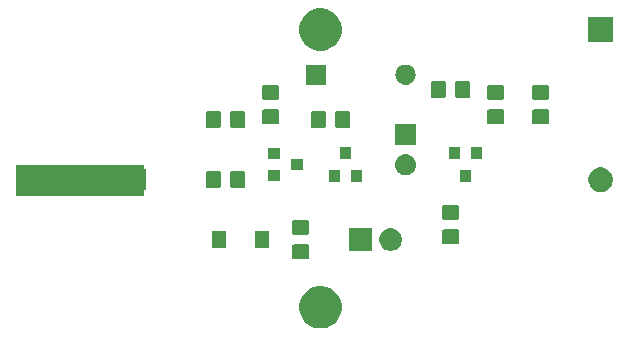
<source format=gts>
G04 #@! TF.GenerationSoftware,KiCad,Pcbnew,(5.0.2)-1*
G04 #@! TF.CreationDate,2019-06-19T11:59:55+10:00*
G04 #@! TF.ProjectId,C-Beeper,432d4265-6570-4657-922e-6b696361645f,rev?*
G04 #@! TF.SameCoordinates,Original*
G04 #@! TF.FileFunction,Soldermask,Top*
G04 #@! TF.FilePolarity,Negative*
%FSLAX46Y46*%
G04 Gerber Fmt 4.6, Leading zero omitted, Abs format (unit mm)*
G04 Created by KiCad (PCBNEW (5.0.2)-1) date 19/06/2019 11:59:55 AM*
%MOMM*%
%LPD*%
G01*
G04 APERTURE LIST*
%ADD10C,0.100000*%
G04 APERTURE END LIST*
D10*
G36*
X154305000Y-88900000D02*
X143510000Y-88900000D01*
X143510000Y-91440000D01*
X154305000Y-91440000D01*
X154305000Y-88900000D01*
G37*
X154305000Y-88900000D02*
X143510000Y-88900000D01*
X143510000Y-91440000D01*
X154305000Y-91440000D01*
X154305000Y-88900000D01*
G36*
X169841731Y-99233211D02*
X170169492Y-99368974D01*
X170464473Y-99566074D01*
X170715326Y-99816927D01*
X170912426Y-100111908D01*
X171048189Y-100439669D01*
X171117400Y-100787616D01*
X171117400Y-101142384D01*
X171048189Y-101490331D01*
X170912426Y-101818092D01*
X170715326Y-102113073D01*
X170464473Y-102363926D01*
X170169492Y-102561026D01*
X169841731Y-102696789D01*
X169493784Y-102766000D01*
X169139016Y-102766000D01*
X168791069Y-102696789D01*
X168463308Y-102561026D01*
X168168327Y-102363926D01*
X167917474Y-102113073D01*
X167720374Y-101818092D01*
X167584611Y-101490331D01*
X167515400Y-101142384D01*
X167515400Y-100787616D01*
X167584611Y-100439669D01*
X167720374Y-100111908D01*
X167917474Y-99816927D01*
X168168327Y-99566074D01*
X168463308Y-99368974D01*
X168791069Y-99233211D01*
X169139016Y-99164000D01*
X169493784Y-99164000D01*
X169841731Y-99233211D01*
X169841731Y-99233211D01*
G37*
G36*
X168228677Y-95653465D02*
X168266364Y-95664898D01*
X168301103Y-95683466D01*
X168331548Y-95708452D01*
X168356534Y-95738897D01*
X168375102Y-95773636D01*
X168386535Y-95811323D01*
X168391000Y-95856661D01*
X168391000Y-96693339D01*
X168386535Y-96738677D01*
X168375102Y-96776364D01*
X168356534Y-96811103D01*
X168331548Y-96841548D01*
X168301103Y-96866534D01*
X168266364Y-96885102D01*
X168228677Y-96896535D01*
X168183339Y-96901000D01*
X167096661Y-96901000D01*
X167051323Y-96896535D01*
X167013636Y-96885102D01*
X166978897Y-96866534D01*
X166948452Y-96841548D01*
X166923466Y-96811103D01*
X166904898Y-96776364D01*
X166893465Y-96738677D01*
X166889000Y-96693339D01*
X166889000Y-95856661D01*
X166893465Y-95811323D01*
X166904898Y-95773636D01*
X166923466Y-95738897D01*
X166948452Y-95708452D01*
X166978897Y-95683466D01*
X167013636Y-95664898D01*
X167051323Y-95653465D01*
X167096661Y-95649000D01*
X168183339Y-95649000D01*
X168228677Y-95653465D01*
X168228677Y-95653465D01*
G37*
G36*
X173671000Y-96201000D02*
X171769000Y-96201000D01*
X171769000Y-94299000D01*
X173671000Y-94299000D01*
X173671000Y-96201000D01*
X173671000Y-96201000D01*
G37*
G36*
X175537396Y-94335546D02*
X175710466Y-94407234D01*
X175866230Y-94511312D01*
X175998688Y-94643770D01*
X176102766Y-94799534D01*
X176174454Y-94972604D01*
X176211000Y-95156333D01*
X176211000Y-95343667D01*
X176174454Y-95527396D01*
X176102766Y-95700466D01*
X175998688Y-95856230D01*
X175866230Y-95988688D01*
X175710466Y-96092766D01*
X175537396Y-96164454D01*
X175353667Y-96201000D01*
X175166333Y-96201000D01*
X174982604Y-96164454D01*
X174809534Y-96092766D01*
X174653770Y-95988688D01*
X174521312Y-95856230D01*
X174417234Y-95700466D01*
X174345546Y-95527396D01*
X174309000Y-95343667D01*
X174309000Y-95156333D01*
X174345546Y-94972604D01*
X174417234Y-94799534D01*
X174521312Y-94643770D01*
X174653770Y-94511312D01*
X174809534Y-94407234D01*
X174982604Y-94335546D01*
X175166333Y-94299000D01*
X175353667Y-94299000D01*
X175537396Y-94335546D01*
X175537396Y-94335546D01*
G37*
G36*
X164986000Y-96001000D02*
X163809000Y-96001000D01*
X163809000Y-94499000D01*
X164986000Y-94499000D01*
X164986000Y-96001000D01*
X164986000Y-96001000D01*
G37*
G36*
X161311000Y-96001000D02*
X160134000Y-96001000D01*
X160134000Y-94499000D01*
X161311000Y-94499000D01*
X161311000Y-96001000D01*
X161311000Y-96001000D01*
G37*
G36*
X180928677Y-94383465D02*
X180966364Y-94394898D01*
X181001103Y-94413466D01*
X181031548Y-94438452D01*
X181056534Y-94468897D01*
X181075102Y-94503636D01*
X181086535Y-94541323D01*
X181091000Y-94586661D01*
X181091000Y-95423339D01*
X181086535Y-95468677D01*
X181075102Y-95506364D01*
X181056534Y-95541103D01*
X181031548Y-95571548D01*
X181001103Y-95596534D01*
X180966364Y-95615102D01*
X180928677Y-95626535D01*
X180883339Y-95631000D01*
X179796661Y-95631000D01*
X179751323Y-95626535D01*
X179713636Y-95615102D01*
X179678897Y-95596534D01*
X179648452Y-95571548D01*
X179623466Y-95541103D01*
X179604898Y-95506364D01*
X179593465Y-95468677D01*
X179589000Y-95423339D01*
X179589000Y-94586661D01*
X179593465Y-94541323D01*
X179604898Y-94503636D01*
X179623466Y-94468897D01*
X179648452Y-94438452D01*
X179678897Y-94413466D01*
X179713636Y-94394898D01*
X179751323Y-94383465D01*
X179796661Y-94379000D01*
X180883339Y-94379000D01*
X180928677Y-94383465D01*
X180928677Y-94383465D01*
G37*
G36*
X168228677Y-93603465D02*
X168266364Y-93614898D01*
X168301103Y-93633466D01*
X168331548Y-93658452D01*
X168356534Y-93688897D01*
X168375102Y-93723636D01*
X168386535Y-93761323D01*
X168391000Y-93806661D01*
X168391000Y-94643339D01*
X168386535Y-94688677D01*
X168375102Y-94726364D01*
X168356534Y-94761103D01*
X168331548Y-94791548D01*
X168301103Y-94816534D01*
X168266364Y-94835102D01*
X168228677Y-94846535D01*
X168183339Y-94851000D01*
X167096661Y-94851000D01*
X167051323Y-94846535D01*
X167013636Y-94835102D01*
X166978897Y-94816534D01*
X166948452Y-94791548D01*
X166923466Y-94761103D01*
X166904898Y-94726364D01*
X166893465Y-94688677D01*
X166889000Y-94643339D01*
X166889000Y-93806661D01*
X166893465Y-93761323D01*
X166904898Y-93723636D01*
X166923466Y-93688897D01*
X166948452Y-93658452D01*
X166978897Y-93633466D01*
X167013636Y-93614898D01*
X167051323Y-93603465D01*
X167096661Y-93599000D01*
X168183339Y-93599000D01*
X168228677Y-93603465D01*
X168228677Y-93603465D01*
G37*
G36*
X180928677Y-92333465D02*
X180966364Y-92344898D01*
X181001103Y-92363466D01*
X181031548Y-92388452D01*
X181056534Y-92418897D01*
X181075102Y-92453636D01*
X181086535Y-92491323D01*
X181091000Y-92536661D01*
X181091000Y-93373339D01*
X181086535Y-93418677D01*
X181075102Y-93456364D01*
X181056534Y-93491103D01*
X181031548Y-93521548D01*
X181001103Y-93546534D01*
X180966364Y-93565102D01*
X180928677Y-93576535D01*
X180883339Y-93581000D01*
X179796661Y-93581000D01*
X179751323Y-93576535D01*
X179713636Y-93565102D01*
X179678897Y-93546534D01*
X179648452Y-93521548D01*
X179623466Y-93491103D01*
X179604898Y-93456364D01*
X179593465Y-93418677D01*
X179589000Y-93373339D01*
X179589000Y-92536661D01*
X179593465Y-92491323D01*
X179604898Y-92453636D01*
X179623466Y-92418897D01*
X179648452Y-92388452D01*
X179678897Y-92363466D01*
X179713636Y-92344898D01*
X179751323Y-92333465D01*
X179796661Y-92329000D01*
X180883339Y-92329000D01*
X180928677Y-92333465D01*
X180928677Y-92333465D01*
G37*
G36*
X193346565Y-89159389D02*
X193537834Y-89238615D01*
X193709976Y-89353637D01*
X193856363Y-89500024D01*
X193971385Y-89672166D01*
X194050611Y-89863435D01*
X194091000Y-90066484D01*
X194091000Y-90273516D01*
X194050611Y-90476565D01*
X193971385Y-90667834D01*
X193856363Y-90839976D01*
X193709976Y-90986363D01*
X193537834Y-91101385D01*
X193346565Y-91180611D01*
X193143516Y-91221000D01*
X192936484Y-91221000D01*
X192733435Y-91180611D01*
X192542166Y-91101385D01*
X192370024Y-90986363D01*
X192223637Y-90839976D01*
X192108615Y-90667834D01*
X192029389Y-90476565D01*
X191989000Y-90273516D01*
X191989000Y-90066484D01*
X192029389Y-89863435D01*
X192108615Y-89672166D01*
X192223637Y-89500024D01*
X192370024Y-89353637D01*
X192542166Y-89238615D01*
X192733435Y-89159389D01*
X192936484Y-89119000D01*
X193143516Y-89119000D01*
X193346565Y-89159389D01*
X193346565Y-89159389D01*
G37*
G36*
X154571000Y-91071000D02*
X152769000Y-91071000D01*
X152769000Y-89269000D01*
X154571000Y-89269000D01*
X154571000Y-91071000D01*
X154571000Y-91071000D01*
G37*
G36*
X162778677Y-89423465D02*
X162816364Y-89434898D01*
X162851103Y-89453466D01*
X162881548Y-89478452D01*
X162906534Y-89508897D01*
X162925102Y-89543636D01*
X162936535Y-89581323D01*
X162941000Y-89626661D01*
X162941000Y-90713339D01*
X162936535Y-90758677D01*
X162925102Y-90796364D01*
X162906534Y-90831103D01*
X162881548Y-90861548D01*
X162851103Y-90886534D01*
X162816364Y-90905102D01*
X162778677Y-90916535D01*
X162733339Y-90921000D01*
X161896661Y-90921000D01*
X161851323Y-90916535D01*
X161813636Y-90905102D01*
X161778897Y-90886534D01*
X161748452Y-90861548D01*
X161723466Y-90831103D01*
X161704898Y-90796364D01*
X161693465Y-90758677D01*
X161689000Y-90713339D01*
X161689000Y-89626661D01*
X161693465Y-89581323D01*
X161704898Y-89543636D01*
X161723466Y-89508897D01*
X161748452Y-89478452D01*
X161778897Y-89453466D01*
X161813636Y-89434898D01*
X161851323Y-89423465D01*
X161896661Y-89419000D01*
X162733339Y-89419000D01*
X162778677Y-89423465D01*
X162778677Y-89423465D01*
G37*
G36*
X160728677Y-89423465D02*
X160766364Y-89434898D01*
X160801103Y-89453466D01*
X160831548Y-89478452D01*
X160856534Y-89508897D01*
X160875102Y-89543636D01*
X160886535Y-89581323D01*
X160891000Y-89626661D01*
X160891000Y-90713339D01*
X160886535Y-90758677D01*
X160875102Y-90796364D01*
X160856534Y-90831103D01*
X160831548Y-90861548D01*
X160801103Y-90886534D01*
X160766364Y-90905102D01*
X160728677Y-90916535D01*
X160683339Y-90921000D01*
X159846661Y-90921000D01*
X159801323Y-90916535D01*
X159763636Y-90905102D01*
X159728897Y-90886534D01*
X159698452Y-90861548D01*
X159673466Y-90831103D01*
X159654898Y-90796364D01*
X159643465Y-90758677D01*
X159639000Y-90713339D01*
X159639000Y-89626661D01*
X159643465Y-89581323D01*
X159654898Y-89543636D01*
X159673466Y-89508897D01*
X159698452Y-89478452D01*
X159728897Y-89453466D01*
X159763636Y-89434898D01*
X159801323Y-89423465D01*
X159846661Y-89419000D01*
X160683339Y-89419000D01*
X160728677Y-89423465D01*
X160728677Y-89423465D01*
G37*
G36*
X170951000Y-90401000D02*
X170049000Y-90401000D01*
X170049000Y-89399000D01*
X170951000Y-89399000D01*
X170951000Y-90401000D01*
X170951000Y-90401000D01*
G37*
G36*
X172851000Y-90401000D02*
X171949000Y-90401000D01*
X171949000Y-89399000D01*
X172851000Y-89399000D01*
X172851000Y-90401000D01*
X172851000Y-90401000D01*
G37*
G36*
X182061000Y-90401000D02*
X181159000Y-90401000D01*
X181159000Y-89399000D01*
X182061000Y-89399000D01*
X182061000Y-90401000D01*
X182061000Y-90401000D01*
G37*
G36*
X165871000Y-90301000D02*
X164869000Y-90301000D01*
X164869000Y-89399000D01*
X165871000Y-89399000D01*
X165871000Y-90301000D01*
X165871000Y-90301000D01*
G37*
G36*
X176640443Y-88005519D02*
X176706627Y-88012037D01*
X176819853Y-88046384D01*
X176876467Y-88063557D01*
X177015087Y-88137652D01*
X177032991Y-88147222D01*
X177068729Y-88176552D01*
X177170186Y-88259814D01*
X177253448Y-88361271D01*
X177282778Y-88397009D01*
X177282779Y-88397011D01*
X177366443Y-88553533D01*
X177366443Y-88553534D01*
X177417963Y-88723373D01*
X177435359Y-88900000D01*
X177417963Y-89076627D01*
X177405109Y-89119000D01*
X177366443Y-89246467D01*
X177292348Y-89385087D01*
X177282778Y-89402991D01*
X177265975Y-89423465D01*
X177170186Y-89540186D01*
X177068729Y-89623448D01*
X177032991Y-89652778D01*
X177032989Y-89652779D01*
X176876467Y-89736443D01*
X176819853Y-89753616D01*
X176706627Y-89787963D01*
X176640443Y-89794481D01*
X176574260Y-89801000D01*
X176485740Y-89801000D01*
X176419557Y-89794481D01*
X176353373Y-89787963D01*
X176240147Y-89753616D01*
X176183533Y-89736443D01*
X176027011Y-89652779D01*
X176027009Y-89652778D01*
X175991271Y-89623448D01*
X175889814Y-89540186D01*
X175794025Y-89423465D01*
X175777222Y-89402991D01*
X175767652Y-89385087D01*
X175693557Y-89246467D01*
X175654891Y-89119000D01*
X175642037Y-89076627D01*
X175624641Y-88900000D01*
X175642037Y-88723373D01*
X175693557Y-88553534D01*
X175693557Y-88553533D01*
X175777221Y-88397011D01*
X175777222Y-88397009D01*
X175806552Y-88361271D01*
X175889814Y-88259814D01*
X175991271Y-88176552D01*
X176027009Y-88147222D01*
X176044913Y-88137652D01*
X176183533Y-88063557D01*
X176240147Y-88046384D01*
X176353373Y-88012037D01*
X176419557Y-88005519D01*
X176485740Y-87999000D01*
X176574260Y-87999000D01*
X176640443Y-88005519D01*
X176640443Y-88005519D01*
G37*
G36*
X167871000Y-89351000D02*
X166869000Y-89351000D01*
X166869000Y-88449000D01*
X167871000Y-88449000D01*
X167871000Y-89351000D01*
X167871000Y-89351000D01*
G37*
G36*
X181111000Y-88401000D02*
X180209000Y-88401000D01*
X180209000Y-87399000D01*
X181111000Y-87399000D01*
X181111000Y-88401000D01*
X181111000Y-88401000D01*
G37*
G36*
X165871000Y-88401000D02*
X164869000Y-88401000D01*
X164869000Y-87499000D01*
X165871000Y-87499000D01*
X165871000Y-88401000D01*
X165871000Y-88401000D01*
G37*
G36*
X183011000Y-88401000D02*
X182109000Y-88401000D01*
X182109000Y-87399000D01*
X183011000Y-87399000D01*
X183011000Y-88401000D01*
X183011000Y-88401000D01*
G37*
G36*
X171901000Y-88401000D02*
X170999000Y-88401000D01*
X170999000Y-87399000D01*
X171901000Y-87399000D01*
X171901000Y-88401000D01*
X171901000Y-88401000D01*
G37*
G36*
X177431000Y-87261000D02*
X175629000Y-87261000D01*
X175629000Y-85459000D01*
X177431000Y-85459000D01*
X177431000Y-87261000D01*
X177431000Y-87261000D01*
G37*
G36*
X171668677Y-84343465D02*
X171706364Y-84354898D01*
X171741103Y-84373466D01*
X171771548Y-84398452D01*
X171796534Y-84428897D01*
X171815102Y-84463636D01*
X171826535Y-84501323D01*
X171831000Y-84546661D01*
X171831000Y-85633339D01*
X171826535Y-85678677D01*
X171815102Y-85716364D01*
X171796534Y-85751103D01*
X171771548Y-85781548D01*
X171741103Y-85806534D01*
X171706364Y-85825102D01*
X171668677Y-85836535D01*
X171623339Y-85841000D01*
X170786661Y-85841000D01*
X170741323Y-85836535D01*
X170703636Y-85825102D01*
X170668897Y-85806534D01*
X170638452Y-85781548D01*
X170613466Y-85751103D01*
X170594898Y-85716364D01*
X170583465Y-85678677D01*
X170579000Y-85633339D01*
X170579000Y-84546661D01*
X170583465Y-84501323D01*
X170594898Y-84463636D01*
X170613466Y-84428897D01*
X170638452Y-84398452D01*
X170668897Y-84373466D01*
X170703636Y-84354898D01*
X170741323Y-84343465D01*
X170786661Y-84339000D01*
X171623339Y-84339000D01*
X171668677Y-84343465D01*
X171668677Y-84343465D01*
G37*
G36*
X169618677Y-84343465D02*
X169656364Y-84354898D01*
X169691103Y-84373466D01*
X169721548Y-84398452D01*
X169746534Y-84428897D01*
X169765102Y-84463636D01*
X169776535Y-84501323D01*
X169781000Y-84546661D01*
X169781000Y-85633339D01*
X169776535Y-85678677D01*
X169765102Y-85716364D01*
X169746534Y-85751103D01*
X169721548Y-85781548D01*
X169691103Y-85806534D01*
X169656364Y-85825102D01*
X169618677Y-85836535D01*
X169573339Y-85841000D01*
X168736661Y-85841000D01*
X168691323Y-85836535D01*
X168653636Y-85825102D01*
X168618897Y-85806534D01*
X168588452Y-85781548D01*
X168563466Y-85751103D01*
X168544898Y-85716364D01*
X168533465Y-85678677D01*
X168529000Y-85633339D01*
X168529000Y-84546661D01*
X168533465Y-84501323D01*
X168544898Y-84463636D01*
X168563466Y-84428897D01*
X168588452Y-84398452D01*
X168618897Y-84373466D01*
X168653636Y-84354898D01*
X168691323Y-84343465D01*
X168736661Y-84339000D01*
X169573339Y-84339000D01*
X169618677Y-84343465D01*
X169618677Y-84343465D01*
G37*
G36*
X160728677Y-84343465D02*
X160766364Y-84354898D01*
X160801103Y-84373466D01*
X160831548Y-84398452D01*
X160856534Y-84428897D01*
X160875102Y-84463636D01*
X160886535Y-84501323D01*
X160891000Y-84546661D01*
X160891000Y-85633339D01*
X160886535Y-85678677D01*
X160875102Y-85716364D01*
X160856534Y-85751103D01*
X160831548Y-85781548D01*
X160801103Y-85806534D01*
X160766364Y-85825102D01*
X160728677Y-85836535D01*
X160683339Y-85841000D01*
X159846661Y-85841000D01*
X159801323Y-85836535D01*
X159763636Y-85825102D01*
X159728897Y-85806534D01*
X159698452Y-85781548D01*
X159673466Y-85751103D01*
X159654898Y-85716364D01*
X159643465Y-85678677D01*
X159639000Y-85633339D01*
X159639000Y-84546661D01*
X159643465Y-84501323D01*
X159654898Y-84463636D01*
X159673466Y-84428897D01*
X159698452Y-84398452D01*
X159728897Y-84373466D01*
X159763636Y-84354898D01*
X159801323Y-84343465D01*
X159846661Y-84339000D01*
X160683339Y-84339000D01*
X160728677Y-84343465D01*
X160728677Y-84343465D01*
G37*
G36*
X162778677Y-84343465D02*
X162816364Y-84354898D01*
X162851103Y-84373466D01*
X162881548Y-84398452D01*
X162906534Y-84428897D01*
X162925102Y-84463636D01*
X162936535Y-84501323D01*
X162941000Y-84546661D01*
X162941000Y-85633339D01*
X162936535Y-85678677D01*
X162925102Y-85716364D01*
X162906534Y-85751103D01*
X162881548Y-85781548D01*
X162851103Y-85806534D01*
X162816364Y-85825102D01*
X162778677Y-85836535D01*
X162733339Y-85841000D01*
X161896661Y-85841000D01*
X161851323Y-85836535D01*
X161813636Y-85825102D01*
X161778897Y-85806534D01*
X161748452Y-85781548D01*
X161723466Y-85751103D01*
X161704898Y-85716364D01*
X161693465Y-85678677D01*
X161689000Y-85633339D01*
X161689000Y-84546661D01*
X161693465Y-84501323D01*
X161704898Y-84463636D01*
X161723466Y-84428897D01*
X161748452Y-84398452D01*
X161778897Y-84373466D01*
X161813636Y-84354898D01*
X161851323Y-84343465D01*
X161896661Y-84339000D01*
X162733339Y-84339000D01*
X162778677Y-84343465D01*
X162778677Y-84343465D01*
G37*
G36*
X165688677Y-84223465D02*
X165726364Y-84234898D01*
X165761103Y-84253466D01*
X165791548Y-84278452D01*
X165816534Y-84308897D01*
X165835102Y-84343636D01*
X165846535Y-84381323D01*
X165851000Y-84426661D01*
X165851000Y-85263339D01*
X165846535Y-85308677D01*
X165835102Y-85346364D01*
X165816534Y-85381103D01*
X165791548Y-85411548D01*
X165761103Y-85436534D01*
X165726364Y-85455102D01*
X165688677Y-85466535D01*
X165643339Y-85471000D01*
X164556661Y-85471000D01*
X164511323Y-85466535D01*
X164473636Y-85455102D01*
X164438897Y-85436534D01*
X164408452Y-85411548D01*
X164383466Y-85381103D01*
X164364898Y-85346364D01*
X164353465Y-85308677D01*
X164349000Y-85263339D01*
X164349000Y-84426661D01*
X164353465Y-84381323D01*
X164364898Y-84343636D01*
X164383466Y-84308897D01*
X164408452Y-84278452D01*
X164438897Y-84253466D01*
X164473636Y-84234898D01*
X164511323Y-84223465D01*
X164556661Y-84219000D01*
X165643339Y-84219000D01*
X165688677Y-84223465D01*
X165688677Y-84223465D01*
G37*
G36*
X188548677Y-84223465D02*
X188586364Y-84234898D01*
X188621103Y-84253466D01*
X188651548Y-84278452D01*
X188676534Y-84308897D01*
X188695102Y-84343636D01*
X188706535Y-84381323D01*
X188711000Y-84426661D01*
X188711000Y-85263339D01*
X188706535Y-85308677D01*
X188695102Y-85346364D01*
X188676534Y-85381103D01*
X188651548Y-85411548D01*
X188621103Y-85436534D01*
X188586364Y-85455102D01*
X188548677Y-85466535D01*
X188503339Y-85471000D01*
X187416661Y-85471000D01*
X187371323Y-85466535D01*
X187333636Y-85455102D01*
X187298897Y-85436534D01*
X187268452Y-85411548D01*
X187243466Y-85381103D01*
X187224898Y-85346364D01*
X187213465Y-85308677D01*
X187209000Y-85263339D01*
X187209000Y-84426661D01*
X187213465Y-84381323D01*
X187224898Y-84343636D01*
X187243466Y-84308897D01*
X187268452Y-84278452D01*
X187298897Y-84253466D01*
X187333636Y-84234898D01*
X187371323Y-84223465D01*
X187416661Y-84219000D01*
X188503339Y-84219000D01*
X188548677Y-84223465D01*
X188548677Y-84223465D01*
G37*
G36*
X184738677Y-84223465D02*
X184776364Y-84234898D01*
X184811103Y-84253466D01*
X184841548Y-84278452D01*
X184866534Y-84308897D01*
X184885102Y-84343636D01*
X184896535Y-84381323D01*
X184901000Y-84426661D01*
X184901000Y-85263339D01*
X184896535Y-85308677D01*
X184885102Y-85346364D01*
X184866534Y-85381103D01*
X184841548Y-85411548D01*
X184811103Y-85436534D01*
X184776364Y-85455102D01*
X184738677Y-85466535D01*
X184693339Y-85471000D01*
X183606661Y-85471000D01*
X183561323Y-85466535D01*
X183523636Y-85455102D01*
X183488897Y-85436534D01*
X183458452Y-85411548D01*
X183433466Y-85381103D01*
X183414898Y-85346364D01*
X183403465Y-85308677D01*
X183399000Y-85263339D01*
X183399000Y-84426661D01*
X183403465Y-84381323D01*
X183414898Y-84343636D01*
X183433466Y-84308897D01*
X183458452Y-84278452D01*
X183488897Y-84253466D01*
X183523636Y-84234898D01*
X183561323Y-84223465D01*
X183606661Y-84219000D01*
X184693339Y-84219000D01*
X184738677Y-84223465D01*
X184738677Y-84223465D01*
G37*
G36*
X184738677Y-82173465D02*
X184776364Y-82184898D01*
X184811103Y-82203466D01*
X184841548Y-82228452D01*
X184866534Y-82258897D01*
X184885102Y-82293636D01*
X184896535Y-82331323D01*
X184901000Y-82376661D01*
X184901000Y-83213339D01*
X184896535Y-83258677D01*
X184885102Y-83296364D01*
X184866534Y-83331103D01*
X184841548Y-83361548D01*
X184811103Y-83386534D01*
X184776364Y-83405102D01*
X184738677Y-83416535D01*
X184693339Y-83421000D01*
X183606661Y-83421000D01*
X183561323Y-83416535D01*
X183523636Y-83405102D01*
X183488897Y-83386534D01*
X183458452Y-83361548D01*
X183433466Y-83331103D01*
X183414898Y-83296364D01*
X183403465Y-83258677D01*
X183399000Y-83213339D01*
X183399000Y-82376661D01*
X183403465Y-82331323D01*
X183414898Y-82293636D01*
X183433466Y-82258897D01*
X183458452Y-82228452D01*
X183488897Y-82203466D01*
X183523636Y-82184898D01*
X183561323Y-82173465D01*
X183606661Y-82169000D01*
X184693339Y-82169000D01*
X184738677Y-82173465D01*
X184738677Y-82173465D01*
G37*
G36*
X165688677Y-82173465D02*
X165726364Y-82184898D01*
X165761103Y-82203466D01*
X165791548Y-82228452D01*
X165816534Y-82258897D01*
X165835102Y-82293636D01*
X165846535Y-82331323D01*
X165851000Y-82376661D01*
X165851000Y-83213339D01*
X165846535Y-83258677D01*
X165835102Y-83296364D01*
X165816534Y-83331103D01*
X165791548Y-83361548D01*
X165761103Y-83386534D01*
X165726364Y-83405102D01*
X165688677Y-83416535D01*
X165643339Y-83421000D01*
X164556661Y-83421000D01*
X164511323Y-83416535D01*
X164473636Y-83405102D01*
X164438897Y-83386534D01*
X164408452Y-83361548D01*
X164383466Y-83331103D01*
X164364898Y-83296364D01*
X164353465Y-83258677D01*
X164349000Y-83213339D01*
X164349000Y-82376661D01*
X164353465Y-82331323D01*
X164364898Y-82293636D01*
X164383466Y-82258897D01*
X164408452Y-82228452D01*
X164438897Y-82203466D01*
X164473636Y-82184898D01*
X164511323Y-82173465D01*
X164556661Y-82169000D01*
X165643339Y-82169000D01*
X165688677Y-82173465D01*
X165688677Y-82173465D01*
G37*
G36*
X188548677Y-82173465D02*
X188586364Y-82184898D01*
X188621103Y-82203466D01*
X188651548Y-82228452D01*
X188676534Y-82258897D01*
X188695102Y-82293636D01*
X188706535Y-82331323D01*
X188711000Y-82376661D01*
X188711000Y-83213339D01*
X188706535Y-83258677D01*
X188695102Y-83296364D01*
X188676534Y-83331103D01*
X188651548Y-83361548D01*
X188621103Y-83386534D01*
X188586364Y-83405102D01*
X188548677Y-83416535D01*
X188503339Y-83421000D01*
X187416661Y-83421000D01*
X187371323Y-83416535D01*
X187333636Y-83405102D01*
X187298897Y-83386534D01*
X187268452Y-83361548D01*
X187243466Y-83331103D01*
X187224898Y-83296364D01*
X187213465Y-83258677D01*
X187209000Y-83213339D01*
X187209000Y-82376661D01*
X187213465Y-82331323D01*
X187224898Y-82293636D01*
X187243466Y-82258897D01*
X187268452Y-82228452D01*
X187298897Y-82203466D01*
X187333636Y-82184898D01*
X187371323Y-82173465D01*
X187416661Y-82169000D01*
X188503339Y-82169000D01*
X188548677Y-82173465D01*
X188548677Y-82173465D01*
G37*
G36*
X179778677Y-81803465D02*
X179816364Y-81814898D01*
X179851103Y-81833466D01*
X179881548Y-81858452D01*
X179906534Y-81888897D01*
X179925102Y-81923636D01*
X179936535Y-81961323D01*
X179941000Y-82006661D01*
X179941000Y-83093339D01*
X179936535Y-83138677D01*
X179925102Y-83176364D01*
X179906534Y-83211103D01*
X179881548Y-83241548D01*
X179851103Y-83266534D01*
X179816364Y-83285102D01*
X179778677Y-83296535D01*
X179733339Y-83301000D01*
X178896661Y-83301000D01*
X178851323Y-83296535D01*
X178813636Y-83285102D01*
X178778897Y-83266534D01*
X178748452Y-83241548D01*
X178723466Y-83211103D01*
X178704898Y-83176364D01*
X178693465Y-83138677D01*
X178689000Y-83093339D01*
X178689000Y-82006661D01*
X178693465Y-81961323D01*
X178704898Y-81923636D01*
X178723466Y-81888897D01*
X178748452Y-81858452D01*
X178778897Y-81833466D01*
X178813636Y-81814898D01*
X178851323Y-81803465D01*
X178896661Y-81799000D01*
X179733339Y-81799000D01*
X179778677Y-81803465D01*
X179778677Y-81803465D01*
G37*
G36*
X181828677Y-81803465D02*
X181866364Y-81814898D01*
X181901103Y-81833466D01*
X181931548Y-81858452D01*
X181956534Y-81888897D01*
X181975102Y-81923636D01*
X181986535Y-81961323D01*
X181991000Y-82006661D01*
X181991000Y-83093339D01*
X181986535Y-83138677D01*
X181975102Y-83176364D01*
X181956534Y-83211103D01*
X181931548Y-83241548D01*
X181901103Y-83266534D01*
X181866364Y-83285102D01*
X181828677Y-83296535D01*
X181783339Y-83301000D01*
X180946661Y-83301000D01*
X180901323Y-83296535D01*
X180863636Y-83285102D01*
X180828897Y-83266534D01*
X180798452Y-83241548D01*
X180773466Y-83211103D01*
X180754898Y-83176364D01*
X180743465Y-83138677D01*
X180739000Y-83093339D01*
X180739000Y-82006661D01*
X180743465Y-81961323D01*
X180754898Y-81923636D01*
X180773466Y-81888897D01*
X180798452Y-81858452D01*
X180828897Y-81833466D01*
X180863636Y-81814898D01*
X180901323Y-81803465D01*
X180946661Y-81799000D01*
X181783339Y-81799000D01*
X181828677Y-81803465D01*
X181828677Y-81803465D01*
G37*
G36*
X176696821Y-80441313D02*
X176696824Y-80441314D01*
X176696825Y-80441314D01*
X176857239Y-80489975D01*
X176857241Y-80489976D01*
X176857244Y-80489977D01*
X177005078Y-80568995D01*
X177134659Y-80675341D01*
X177241005Y-80804922D01*
X177320023Y-80952756D01*
X177368687Y-81113179D01*
X177385117Y-81280000D01*
X177368687Y-81446821D01*
X177320023Y-81607244D01*
X177241005Y-81755078D01*
X177134659Y-81884659D01*
X177005078Y-81991005D01*
X176857244Y-82070023D01*
X176857241Y-82070024D01*
X176857239Y-82070025D01*
X176696825Y-82118686D01*
X176696824Y-82118686D01*
X176696821Y-82118687D01*
X176571804Y-82131000D01*
X176488196Y-82131000D01*
X176363179Y-82118687D01*
X176363176Y-82118686D01*
X176363175Y-82118686D01*
X176202761Y-82070025D01*
X176202759Y-82070024D01*
X176202756Y-82070023D01*
X176054922Y-81991005D01*
X175925341Y-81884659D01*
X175818995Y-81755078D01*
X175739977Y-81607244D01*
X175691313Y-81446821D01*
X175674883Y-81280000D01*
X175691313Y-81113179D01*
X175739977Y-80952756D01*
X175818995Y-80804922D01*
X175925341Y-80675341D01*
X176054922Y-80568995D01*
X176202756Y-80489977D01*
X176202759Y-80489976D01*
X176202761Y-80489975D01*
X176363175Y-80441314D01*
X176363176Y-80441314D01*
X176363179Y-80441313D01*
X176488196Y-80429000D01*
X176571804Y-80429000D01*
X176696821Y-80441313D01*
X176696821Y-80441313D01*
G37*
G36*
X169761000Y-82131000D02*
X168059000Y-82131000D01*
X168059000Y-80429000D01*
X169761000Y-80429000D01*
X169761000Y-82131000D01*
X169761000Y-82131000D01*
G37*
G36*
X169841731Y-75738211D02*
X170169492Y-75873974D01*
X170464473Y-76071074D01*
X170715326Y-76321927D01*
X170912426Y-76616908D01*
X171048189Y-76944669D01*
X171117400Y-77292616D01*
X171117400Y-77647384D01*
X171048189Y-77995331D01*
X170912426Y-78323092D01*
X170715326Y-78618073D01*
X170464473Y-78868926D01*
X170169492Y-79066026D01*
X169841731Y-79201789D01*
X169493784Y-79271000D01*
X169139016Y-79271000D01*
X168791069Y-79201789D01*
X168463308Y-79066026D01*
X168168327Y-78868926D01*
X167917474Y-78618073D01*
X167720374Y-78323092D01*
X167584611Y-77995331D01*
X167515400Y-77647384D01*
X167515400Y-77292616D01*
X167584611Y-76944669D01*
X167720374Y-76616908D01*
X167917474Y-76321927D01*
X168168327Y-76071074D01*
X168463308Y-75873974D01*
X168791069Y-75738211D01*
X169139016Y-75669000D01*
X169493784Y-75669000D01*
X169841731Y-75738211D01*
X169841731Y-75738211D01*
G37*
G36*
X194091000Y-78521000D02*
X191989000Y-78521000D01*
X191989000Y-76419000D01*
X194091000Y-76419000D01*
X194091000Y-78521000D01*
X194091000Y-78521000D01*
G37*
M02*

</source>
